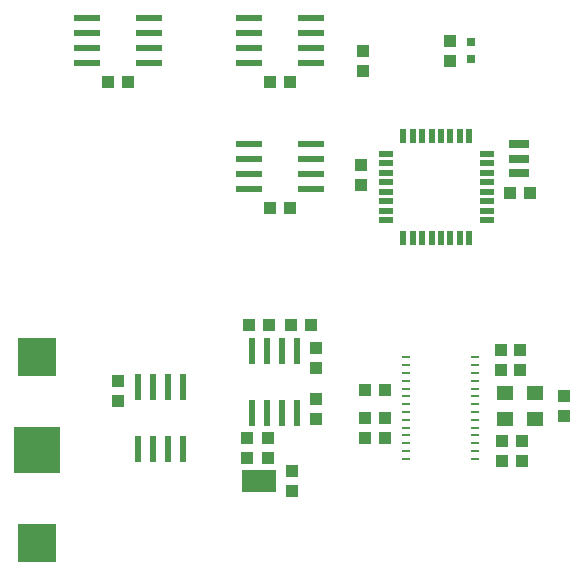
<source format=gbr>
G04 EAGLE Gerber RS-274X export*
G75*
%MOMM*%
%FSLAX34Y34*%
%LPD*%
%INSolderpaste Top*%
%IPPOS*%
%AMOC8*
5,1,8,0,0,1.08239X$1,22.5*%
G01*
%ADD10R,2.209800X0.609600*%
%ADD11R,0.609600X2.209800*%
%ADD12R,1.000000X1.100000*%
%ADD13R,1.100000X1.000000*%
%ADD14R,1.270000X0.558800*%
%ADD15R,0.558800X1.270000*%
%ADD16R,0.800000X0.250000*%
%ADD17R,2.844800X1.981200*%
%ADD18R,3.962400X3.962400*%
%ADD19R,3.175000X3.175000*%
%ADD20R,1.397000X1.193800*%
%ADD21R,1.700000X0.700000*%
%ADD22R,0.800000X0.800000*%


D10*
X287782Y435610D03*
X287782Y448310D03*
X287782Y461010D03*
X287782Y473710D03*
X235458Y473710D03*
X235458Y461010D03*
X235458Y448310D03*
X235458Y435610D03*
D11*
X179070Y160782D03*
X166370Y160782D03*
X153670Y160782D03*
X140970Y160782D03*
X140970Y108458D03*
X153670Y108458D03*
X166370Y108458D03*
X179070Y108458D03*
D12*
X466090Y115180D03*
X466090Y98180D03*
D13*
X350130Y158750D03*
X333130Y158750D03*
X350130Y134620D03*
X333130Y134620D03*
X350130Y118110D03*
X333130Y118110D03*
D12*
X448310Y192650D03*
X448310Y175650D03*
X449580Y115180D03*
X449580Y98180D03*
D14*
X436626Y302200D03*
X436626Y310200D03*
X436626Y318200D03*
X436626Y326200D03*
X436626Y334200D03*
X436626Y342200D03*
X436626Y350200D03*
X436626Y358200D03*
D15*
X421700Y373126D03*
X413700Y373126D03*
X405700Y373126D03*
X397700Y373126D03*
X389700Y373126D03*
X381700Y373126D03*
X373700Y373126D03*
X365700Y373126D03*
D14*
X350774Y358200D03*
X350774Y350200D03*
X350774Y342200D03*
X350774Y334200D03*
X350774Y326200D03*
X350774Y318200D03*
X350774Y310200D03*
X350774Y302200D03*
D15*
X365700Y287274D03*
X373700Y287274D03*
X381700Y287274D03*
X389700Y287274D03*
X397700Y287274D03*
X405700Y287274D03*
X413700Y287274D03*
X421700Y287274D03*
D16*
X368300Y100076D03*
X368300Y106680D03*
X368300Y113284D03*
X368300Y119888D03*
X368300Y126492D03*
X368300Y133096D03*
X368240Y139700D03*
X368300Y146304D03*
X368300Y152908D03*
X368300Y159512D03*
X368300Y166116D03*
X368300Y172720D03*
X368300Y179324D03*
X368300Y185928D03*
X426720Y185928D03*
X426720Y179324D03*
X426720Y172720D03*
X426720Y166116D03*
X426720Y159512D03*
X426720Y152908D03*
X426720Y146304D03*
X426780Y139700D03*
X426720Y133096D03*
X426720Y126492D03*
X426720Y119888D03*
X426720Y113284D03*
X426720Y106680D03*
X426720Y100076D03*
D12*
X464820Y175650D03*
X464820Y192650D03*
D11*
X275590Y191262D03*
X262890Y191262D03*
X250190Y191262D03*
X237490Y191262D03*
X237490Y138938D03*
X250190Y138938D03*
X262890Y138938D03*
X275590Y138938D03*
D13*
X252340Y213360D03*
X235340Y213360D03*
X270900Y213360D03*
X287900Y213360D03*
D12*
X292100Y176920D03*
X292100Y193920D03*
X292100Y150740D03*
X292100Y133740D03*
X233680Y117720D03*
X233680Y100720D03*
X251460Y117720D03*
X251460Y100720D03*
D17*
X243840Y81280D03*
D12*
X271780Y89780D03*
X271780Y72780D03*
D18*
X55880Y107950D03*
D19*
X55880Y29210D03*
X55880Y186690D03*
D12*
X124460Y148980D03*
X124460Y165980D03*
D10*
X150622Y435610D03*
X150622Y448310D03*
X150622Y461010D03*
X150622Y473710D03*
X98298Y473710D03*
X98298Y461010D03*
X98298Y448310D03*
X98298Y435610D03*
D13*
X115960Y419100D03*
X132960Y419100D03*
X253120Y419100D03*
X270120Y419100D03*
D10*
X287782Y328930D03*
X287782Y341630D03*
X287782Y354330D03*
X287782Y367030D03*
X235458Y367030D03*
X235458Y354330D03*
X235458Y341630D03*
X235458Y328930D03*
D13*
X253120Y312420D03*
X270120Y312420D03*
D20*
X477520Y155780D03*
X452120Y133780D03*
X477520Y133780D03*
X452120Y155780D03*
D12*
X501650Y136280D03*
X501650Y153280D03*
X330200Y348860D03*
X330200Y331860D03*
D13*
X456320Y325120D03*
X473320Y325120D03*
D12*
X331470Y445380D03*
X331470Y428380D03*
D21*
X463550Y342330D03*
X463550Y354330D03*
X463550Y366330D03*
D12*
X405130Y454270D03*
X405130Y437270D03*
D22*
X422910Y438270D03*
X422910Y453270D03*
M02*

</source>
